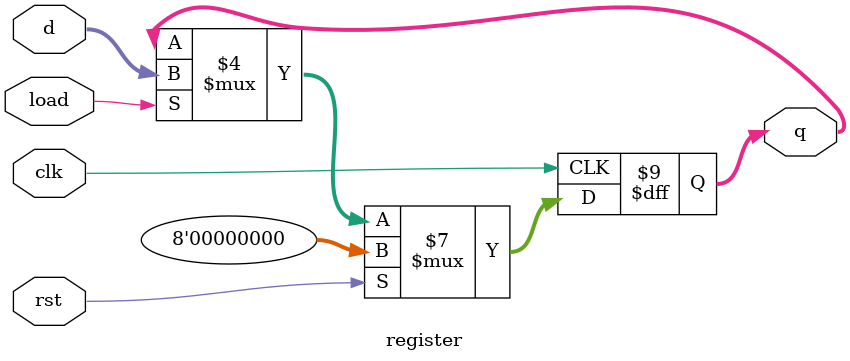
<source format=v>
`timescale 1ns / 1ps


module register#(parameter DATA_WIDTH = 8)(d,q,clk,rst,load);
    input [DATA_WIDTH-1:0] d;
    output reg[DATA_WIDTH-1:0] q;
    input  clk,rst,load;
    
    always @ (posedge clk)
        begin
            if(rst==1) 
            begin
                q<=0;
            end
            else 
            begin
                if(load==1)
                begin
                    q<=d;
                end
            end
        end
    
endmodule

</source>
